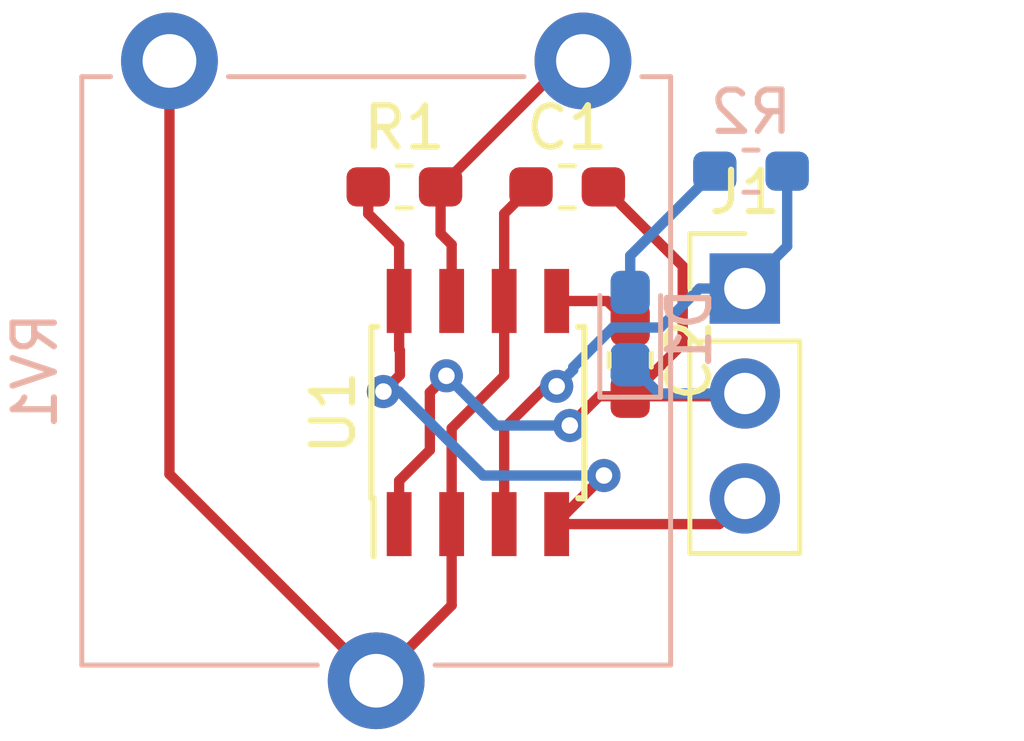
<source format=kicad_pcb>
(kicad_pcb (version 20171130) (host pcbnew "(5.0.0)")

  (general
    (thickness 1.6)
    (drawings 0)
    (tracks 64)
    (zones 0)
    (modules 8)
    (nets 8)
  )

  (page A4)
  (layers
    (0 F.Cu signal)
    (31 B.Cu signal)
    (32 B.Adhes user)
    (33 F.Adhes user)
    (34 B.Paste user)
    (35 F.Paste user)
    (36 B.SilkS user)
    (37 F.SilkS user)
    (38 B.Mask user)
    (39 F.Mask user)
    (40 Dwgs.User user)
    (41 Cmts.User user)
    (42 Eco1.User user)
    (43 Eco2.User user)
    (44 Edge.Cuts user)
    (45 Margin user)
    (46 B.CrtYd user)
    (47 F.CrtYd user)
    (48 B.Fab user)
    (49 F.Fab user)
  )

  (setup
    (last_trace_width 0.25)
    (trace_clearance 0.2)
    (zone_clearance 0.508)
    (zone_45_only no)
    (trace_min 0.2)
    (segment_width 0.2)
    (edge_width 0.15)
    (via_size 0.8)
    (via_drill 0.4)
    (via_min_size 0.4)
    (via_min_drill 0.3)
    (uvia_size 0.3)
    (uvia_drill 0.1)
    (uvias_allowed no)
    (uvia_min_size 0.2)
    (uvia_min_drill 0.1)
    (pcb_text_width 0.3)
    (pcb_text_size 1.5 1.5)
    (mod_edge_width 0.15)
    (mod_text_size 1 1)
    (mod_text_width 0.15)
    (pad_size 1.524 1.524)
    (pad_drill 0.762)
    (pad_to_mask_clearance 0.2)
    (aux_axis_origin 0 0)
    (visible_elements FFFFFF7F)
    (pcbplotparams
      (layerselection 0x010fc_ffffffff)
      (usegerberextensions false)
      (usegerberattributes false)
      (usegerberadvancedattributes false)
      (creategerberjobfile false)
      (excludeedgelayer true)
      (linewidth 0.100000)
      (plotframeref false)
      (viasonmask false)
      (mode 1)
      (useauxorigin false)
      (hpglpennumber 1)
      (hpglpenspeed 20)
      (hpglpendiameter 15.000000)
      (psnegative false)
      (psa4output false)
      (plotreference true)
      (plotvalue true)
      (plotinvisibletext false)
      (padsonsilk false)
      (subtractmaskfromsilk false)
      (outputformat 1)
      (mirror false)
      (drillshape 1)
      (scaleselection 1)
      (outputdirectory ""))
  )

  (net 0 "")
  (net 1 "Net-(C1-Pad1)")
  (net 2 GND)
  (net 3 "Net-(C2-Pad1)")
  (net 4 /clock/Clock)
  (net 5 +3V3)
  (net 6 "Net-(R1-Pad2)")
  (net 7 "Net-(D1-Pad2)")

  (net_class Default "Dies ist die voreingestellte Netzklasse."
    (clearance 0.2)
    (trace_width 0.25)
    (via_dia 0.8)
    (via_drill 0.4)
    (uvia_dia 0.3)
    (uvia_drill 0.1)
    (add_net +3V3)
    (add_net /clock/Clock)
    (add_net GND)
    (add_net "Net-(C1-Pad1)")
    (add_net "Net-(C2-Pad1)")
    (add_net "Net-(D1-Pad2)")
    (add_net "Net-(R1-Pad2)")
  )

  (module Resistor_SMD:R_0603_1608Metric_Pad1.05x0.95mm_HandSolder (layer F.Cu) (tedit 5B301BBD) (tstamp 5BDD3DF1)
    (at 204.851 40.005)
    (descr "Resistor SMD 0603 (1608 Metric), square (rectangular) end terminal, IPC_7351 nominal with elongated pad for handsoldering. (Body size source: http://www.tortai-tech.com/upload/download/2011102023233369053.pdf), generated with kicad-footprint-generator")
    (tags "resistor handsolder")
    (path /5BD0EC1C/5BD0F3FB)
    (attr smd)
    (fp_text reference R1 (at 0 -1.43) (layer F.SilkS)
      (effects (font (size 1 1) (thickness 0.15)))
    )
    (fp_text value 1K (at 0 1.43) (layer F.Fab)
      (effects (font (size 1 1) (thickness 0.15)))
    )
    (fp_line (start -0.8 0.4) (end -0.8 -0.4) (layer F.Fab) (width 0.1))
    (fp_line (start -0.8 -0.4) (end 0.8 -0.4) (layer F.Fab) (width 0.1))
    (fp_line (start 0.8 -0.4) (end 0.8 0.4) (layer F.Fab) (width 0.1))
    (fp_line (start 0.8 0.4) (end -0.8 0.4) (layer F.Fab) (width 0.1))
    (fp_line (start -0.171267 -0.51) (end 0.171267 -0.51) (layer F.SilkS) (width 0.12))
    (fp_line (start -0.171267 0.51) (end 0.171267 0.51) (layer F.SilkS) (width 0.12))
    (fp_line (start -1.65 0.73) (end -1.65 -0.73) (layer F.CrtYd) (width 0.05))
    (fp_line (start -1.65 -0.73) (end 1.65 -0.73) (layer F.CrtYd) (width 0.05))
    (fp_line (start 1.65 -0.73) (end 1.65 0.73) (layer F.CrtYd) (width 0.05))
    (fp_line (start 1.65 0.73) (end -1.65 0.73) (layer F.CrtYd) (width 0.05))
    (fp_text user %R (at 0 0) (layer F.Fab)
      (effects (font (size 0.4 0.4) (thickness 0.06)))
    )
    (pad 1 smd roundrect (at -0.875 0) (size 1.05 0.95) (layers F.Cu F.Paste F.Mask) (roundrect_rratio 0.25)
      (net 5 +3V3))
    (pad 2 smd roundrect (at 0.875 0) (size 1.05 0.95) (layers F.Cu F.Paste F.Mask) (roundrect_rratio 0.25)
      (net 6 "Net-(R1-Pad2)"))
    (model ${KISYS3DMOD}/Resistor_SMD.3dshapes/R_0603_1608Metric.wrl
      (at (xyz 0 0 0))
      (scale (xyz 1 1 1))
      (rotate (xyz 0 0 0))
    )
  )

  (module Package_SO:SOIC-8_3.9x4.9mm_P1.27mm (layer F.Cu) (tedit 5A02F2D3) (tstamp 5BDD3E1D)
    (at 206.629 45.466 90)
    (descr "8-Lead Plastic Small Outline (SN) - Narrow, 3.90 mm Body [SOIC] (see Microchip Packaging Specification 00000049BS.pdf)")
    (tags "SOIC 1.27")
    (path /5BD0EC1C/5BD0EC50)
    (attr smd)
    (fp_text reference U1 (at 0 -3.5 90) (layer F.SilkS)
      (effects (font (size 1 1) (thickness 0.15)))
    )
    (fp_text value NE555 (at 0 3.5 90) (layer F.Fab)
      (effects (font (size 1 1) (thickness 0.15)))
    )
    (fp_text user %R (at 0 0 90) (layer F.Fab)
      (effects (font (size 1 1) (thickness 0.15)))
    )
    (fp_line (start -0.95 -2.45) (end 1.95 -2.45) (layer F.Fab) (width 0.1))
    (fp_line (start 1.95 -2.45) (end 1.95 2.45) (layer F.Fab) (width 0.1))
    (fp_line (start 1.95 2.45) (end -1.95 2.45) (layer F.Fab) (width 0.1))
    (fp_line (start -1.95 2.45) (end -1.95 -1.45) (layer F.Fab) (width 0.1))
    (fp_line (start -1.95 -1.45) (end -0.95 -2.45) (layer F.Fab) (width 0.1))
    (fp_line (start -3.73 -2.7) (end -3.73 2.7) (layer F.CrtYd) (width 0.05))
    (fp_line (start 3.73 -2.7) (end 3.73 2.7) (layer F.CrtYd) (width 0.05))
    (fp_line (start -3.73 -2.7) (end 3.73 -2.7) (layer F.CrtYd) (width 0.05))
    (fp_line (start -3.73 2.7) (end 3.73 2.7) (layer F.CrtYd) (width 0.05))
    (fp_line (start -2.075 -2.575) (end -2.075 -2.525) (layer F.SilkS) (width 0.15))
    (fp_line (start 2.075 -2.575) (end 2.075 -2.43) (layer F.SilkS) (width 0.15))
    (fp_line (start 2.075 2.575) (end 2.075 2.43) (layer F.SilkS) (width 0.15))
    (fp_line (start -2.075 2.575) (end -2.075 2.43) (layer F.SilkS) (width 0.15))
    (fp_line (start -2.075 -2.575) (end 2.075 -2.575) (layer F.SilkS) (width 0.15))
    (fp_line (start -2.075 2.575) (end 2.075 2.575) (layer F.SilkS) (width 0.15))
    (fp_line (start -2.075 -2.525) (end -3.475 -2.525) (layer F.SilkS) (width 0.15))
    (pad 1 smd rect (at -2.7 -1.905 90) (size 1.55 0.6) (layers F.Cu F.Paste F.Mask)
      (net 2 GND))
    (pad 2 smd rect (at -2.7 -0.635 90) (size 1.55 0.6) (layers F.Cu F.Paste F.Mask)
      (net 1 "Net-(C1-Pad1)"))
    (pad 3 smd rect (at -2.7 0.635 90) (size 1.55 0.6) (layers F.Cu F.Paste F.Mask)
      (net 4 /clock/Clock))
    (pad 4 smd rect (at -2.7 1.905 90) (size 1.55 0.6) (layers F.Cu F.Paste F.Mask)
      (net 5 +3V3))
    (pad 5 smd rect (at 2.7 1.905 90) (size 1.55 0.6) (layers F.Cu F.Paste F.Mask)
      (net 3 "Net-(C2-Pad1)"))
    (pad 6 smd rect (at 2.7 0.635 90) (size 1.55 0.6) (layers F.Cu F.Paste F.Mask)
      (net 1 "Net-(C1-Pad1)"))
    (pad 7 smd rect (at 2.7 -0.635 90) (size 1.55 0.6) (layers F.Cu F.Paste F.Mask)
      (net 6 "Net-(R1-Pad2)"))
    (pad 8 smd rect (at 2.7 -1.905 90) (size 1.55 0.6) (layers F.Cu F.Paste F.Mask)
      (net 5 +3V3))
    (model ${KISYS3DMOD}/Package_SO.3dshapes/SOIC-8_3.9x4.9mm_P1.27mm.wrl
      (at (xyz 0 0 0))
      (scale (xyz 1 1 1))
      (rotate (xyz 0 0 0))
    )
  )

  (module LED_SMD:LED_0603_1608Metric_Pad1.05x0.95mm_HandSolder (layer B.Cu) (tedit 5B4B45C9) (tstamp 5BDD3FE1)
    (at 210.312 43.434 90)
    (descr "LED SMD 0603 (1608 Metric), square (rectangular) end terminal, IPC_7351 nominal, (Body size source: http://www.tortai-tech.com/upload/download/2011102023233369053.pdf), generated with kicad-footprint-generator")
    (tags "LED handsolder")
    (path /5BD0EC1C/5BD291EE)
    (attr smd)
    (fp_text reference D1 (at 0 1.43 90) (layer B.SilkS)
      (effects (font (size 1 1) (thickness 0.15)) (justify mirror))
    )
    (fp_text value LED_BLUE (at 0 -1.43 90) (layer B.Fab)
      (effects (font (size 1 1) (thickness 0.15)) (justify mirror))
    )
    (fp_line (start 0.8 0.4) (end -0.5 0.4) (layer B.Fab) (width 0.1))
    (fp_line (start -0.5 0.4) (end -0.8 0.1) (layer B.Fab) (width 0.1))
    (fp_line (start -0.8 0.1) (end -0.8 -0.4) (layer B.Fab) (width 0.1))
    (fp_line (start -0.8 -0.4) (end 0.8 -0.4) (layer B.Fab) (width 0.1))
    (fp_line (start 0.8 -0.4) (end 0.8 0.4) (layer B.Fab) (width 0.1))
    (fp_line (start 0.8 0.735) (end -1.66 0.735) (layer B.SilkS) (width 0.12))
    (fp_line (start -1.66 0.735) (end -1.66 -0.735) (layer B.SilkS) (width 0.12))
    (fp_line (start -1.66 -0.735) (end 0.8 -0.735) (layer B.SilkS) (width 0.12))
    (fp_line (start -1.65 -0.73) (end -1.65 0.73) (layer B.CrtYd) (width 0.05))
    (fp_line (start -1.65 0.73) (end 1.65 0.73) (layer B.CrtYd) (width 0.05))
    (fp_line (start 1.65 0.73) (end 1.65 -0.73) (layer B.CrtYd) (width 0.05))
    (fp_line (start 1.65 -0.73) (end -1.65 -0.73) (layer B.CrtYd) (width 0.05))
    (fp_text user %R (at 0 0 90) (layer B.Fab)
      (effects (font (size 0.4 0.4) (thickness 0.06)) (justify mirror))
    )
    (pad 1 smd roundrect (at -0.875 0 90) (size 1.05 0.95) (layers B.Cu B.Paste B.Mask) (roundrect_rratio 0.25)
      (net 2 GND))
    (pad 2 smd roundrect (at 0.875 0 90) (size 1.05 0.95) (layers B.Cu B.Paste B.Mask) (roundrect_rratio 0.25)
      (net 7 "Net-(D1-Pad2)"))
    (model ${KISYS3DMOD}/LED_SMD.3dshapes/LED_0603_1608Metric.wrl
      (at (xyz 0 0 0))
      (scale (xyz 1 1 1))
      (rotate (xyz 0 0 0))
    )
  )

  (module Resistor_SMD:R_0603_1608Metric_Pad1.05x0.95mm_HandSolder (layer B.Cu) (tedit 5B301BBD) (tstamp 5BDD3FF2)
    (at 213.233 39.624 180)
    (descr "Resistor SMD 0603 (1608 Metric), square (rectangular) end terminal, IPC_7351 nominal with elongated pad for handsoldering. (Body size source: http://www.tortai-tech.com/upload/download/2011102023233369053.pdf), generated with kicad-footprint-generator")
    (tags "resistor handsolder")
    (path /5BD0EC1C/5BD29AE4)
    (attr smd)
    (fp_text reference R2 (at 0 1.43 180) (layer B.SilkS)
      (effects (font (size 1 1) (thickness 0.15)) (justify mirror))
    )
    (fp_text value 80 (at 0 -1.43 180) (layer B.Fab)
      (effects (font (size 1 1) (thickness 0.15)) (justify mirror))
    )
    (fp_line (start -0.8 -0.4) (end -0.8 0.4) (layer B.Fab) (width 0.1))
    (fp_line (start -0.8 0.4) (end 0.8 0.4) (layer B.Fab) (width 0.1))
    (fp_line (start 0.8 0.4) (end 0.8 -0.4) (layer B.Fab) (width 0.1))
    (fp_line (start 0.8 -0.4) (end -0.8 -0.4) (layer B.Fab) (width 0.1))
    (fp_line (start -0.171267 0.51) (end 0.171267 0.51) (layer B.SilkS) (width 0.12))
    (fp_line (start -0.171267 -0.51) (end 0.171267 -0.51) (layer B.SilkS) (width 0.12))
    (fp_line (start -1.65 -0.73) (end -1.65 0.73) (layer B.CrtYd) (width 0.05))
    (fp_line (start -1.65 0.73) (end 1.65 0.73) (layer B.CrtYd) (width 0.05))
    (fp_line (start 1.65 0.73) (end 1.65 -0.73) (layer B.CrtYd) (width 0.05))
    (fp_line (start 1.65 -0.73) (end -1.65 -0.73) (layer B.CrtYd) (width 0.05))
    (fp_text user %R (at 0 0 180) (layer B.Fab)
      (effects (font (size 0.4 0.4) (thickness 0.06)) (justify mirror))
    )
    (pad 1 smd roundrect (at -0.875 0 180) (size 1.05 0.95) (layers B.Cu B.Paste B.Mask) (roundrect_rratio 0.25)
      (net 4 /clock/Clock))
    (pad 2 smd roundrect (at 0.875 0 180) (size 1.05 0.95) (layers B.Cu B.Paste B.Mask) (roundrect_rratio 0.25)
      (net 7 "Net-(D1-Pad2)"))
    (model ${KISYS3DMOD}/Resistor_SMD.3dshapes/R_0603_1608Metric.wrl
      (at (xyz 0 0 0))
      (scale (xyz 1 1 1))
      (rotate (xyz 0 0 0))
    )
  )

  (module Capacitor_SMD:C_0603_1608Metric_Pad1.05x0.95mm_HandSolder (layer F.Cu) (tedit 5B301BBE) (tstamp 5BDD41B1)
    (at 208.788 40.005)
    (descr "Capacitor SMD 0603 (1608 Metric), square (rectangular) end terminal, IPC_7351 nominal with elongated pad for handsoldering. (Body size source: http://www.tortai-tech.com/upload/download/2011102023233369053.pdf), generated with kicad-footprint-generator")
    (tags "capacitor handsolder")
    (path /5BD0EC1C/5BD0EE42)
    (attr smd)
    (fp_text reference C1 (at 0 -1.43) (layer F.SilkS)
      (effects (font (size 1 1) (thickness 0.15)))
    )
    (fp_text value 0.01uF (at 0 1.43) (layer F.Fab)
      (effects (font (size 1 1) (thickness 0.15)))
    )
    (fp_line (start -0.8 0.4) (end -0.8 -0.4) (layer F.Fab) (width 0.1))
    (fp_line (start -0.8 -0.4) (end 0.8 -0.4) (layer F.Fab) (width 0.1))
    (fp_line (start 0.8 -0.4) (end 0.8 0.4) (layer F.Fab) (width 0.1))
    (fp_line (start 0.8 0.4) (end -0.8 0.4) (layer F.Fab) (width 0.1))
    (fp_line (start -0.171267 -0.51) (end 0.171267 -0.51) (layer F.SilkS) (width 0.12))
    (fp_line (start -0.171267 0.51) (end 0.171267 0.51) (layer F.SilkS) (width 0.12))
    (fp_line (start -1.65 0.73) (end -1.65 -0.73) (layer F.CrtYd) (width 0.05))
    (fp_line (start -1.65 -0.73) (end 1.65 -0.73) (layer F.CrtYd) (width 0.05))
    (fp_line (start 1.65 -0.73) (end 1.65 0.73) (layer F.CrtYd) (width 0.05))
    (fp_line (start 1.65 0.73) (end -1.65 0.73) (layer F.CrtYd) (width 0.05))
    (fp_text user %R (at 0 0) (layer F.Fab)
      (effects (font (size 0.4 0.4) (thickness 0.06)))
    )
    (pad 1 smd roundrect (at -0.875 0) (size 1.05 0.95) (layers F.Cu F.Paste F.Mask) (roundrect_rratio 0.25)
      (net 1 "Net-(C1-Pad1)"))
    (pad 2 smd roundrect (at 0.875 0) (size 1.05 0.95) (layers F.Cu F.Paste F.Mask) (roundrect_rratio 0.25)
      (net 2 GND))
    (model ${KISYS3DMOD}/Capacitor_SMD.3dshapes/C_0603_1608Metric.wrl
      (at (xyz 0 0 0))
      (scale (xyz 1 1 1))
      (rotate (xyz 0 0 0))
    )
  )

  (module Capacitor_SMD:C_0603_1608Metric_Pad1.05x0.95mm_HandSolder (layer F.Cu) (tedit 5B301BBE) (tstamp 5BDD41C1)
    (at 210.312 44.196 270)
    (descr "Capacitor SMD 0603 (1608 Metric), square (rectangular) end terminal, IPC_7351 nominal with elongated pad for handsoldering. (Body size source: http://www.tortai-tech.com/upload/download/2011102023233369053.pdf), generated with kicad-footprint-generator")
    (tags "capacitor handsolder")
    (path /5BD0EC1C/5BD0F054)
    (attr smd)
    (fp_text reference C2 (at 0 -1.43 270) (layer F.SilkS)
      (effects (font (size 1 1) (thickness 0.15)))
    )
    (fp_text value 0.01uF (at 0 1.43 270) (layer F.Fab)
      (effects (font (size 1 1) (thickness 0.15)))
    )
    (fp_text user %R (at 0 0 270) (layer F.Fab)
      (effects (font (size 0.4 0.4) (thickness 0.06)))
    )
    (fp_line (start 1.65 0.73) (end -1.65 0.73) (layer F.CrtYd) (width 0.05))
    (fp_line (start 1.65 -0.73) (end 1.65 0.73) (layer F.CrtYd) (width 0.05))
    (fp_line (start -1.65 -0.73) (end 1.65 -0.73) (layer F.CrtYd) (width 0.05))
    (fp_line (start -1.65 0.73) (end -1.65 -0.73) (layer F.CrtYd) (width 0.05))
    (fp_line (start -0.171267 0.51) (end 0.171267 0.51) (layer F.SilkS) (width 0.12))
    (fp_line (start -0.171267 -0.51) (end 0.171267 -0.51) (layer F.SilkS) (width 0.12))
    (fp_line (start 0.8 0.4) (end -0.8 0.4) (layer F.Fab) (width 0.1))
    (fp_line (start 0.8 -0.4) (end 0.8 0.4) (layer F.Fab) (width 0.1))
    (fp_line (start -0.8 -0.4) (end 0.8 -0.4) (layer F.Fab) (width 0.1))
    (fp_line (start -0.8 0.4) (end -0.8 -0.4) (layer F.Fab) (width 0.1))
    (pad 2 smd roundrect (at 0.875 0 270) (size 1.05 0.95) (layers F.Cu F.Paste F.Mask) (roundrect_rratio 0.25)
      (net 2 GND))
    (pad 1 smd roundrect (at -0.875 0 270) (size 1.05 0.95) (layers F.Cu F.Paste F.Mask) (roundrect_rratio 0.25)
      (net 3 "Net-(C2-Pad1)"))
    (model ${KISYS3DMOD}/Capacitor_SMD.3dshapes/C_0603_1608Metric.wrl
      (at (xyz 0 0 0))
      (scale (xyz 1 1 1))
      (rotate (xyz 0 0 0))
    )
  )

  (module Connector_PinHeader_2.54mm:PinHeader_1x03_P2.54mm_Vertical (layer F.Cu) (tedit 59FED5CC) (tstamp 5BDD41D1)
    (at 213.085001 42.465001)
    (descr "Through hole straight pin header, 1x03, 2.54mm pitch, single row")
    (tags "Through hole pin header THT 1x03 2.54mm single row")
    (path /5BD0EC1C/5BD27584/5BD275A8)
    (fp_text reference J1 (at 0 -2.33) (layer F.SilkS)
      (effects (font (size 1 1) (thickness 0.15)))
    )
    (fp_text value Conn_01x03_Male (at 0 7.41) (layer F.Fab)
      (effects (font (size 1 1) (thickness 0.15)))
    )
    (fp_line (start -0.635 -1.27) (end 1.27 -1.27) (layer F.Fab) (width 0.1))
    (fp_line (start 1.27 -1.27) (end 1.27 6.35) (layer F.Fab) (width 0.1))
    (fp_line (start 1.27 6.35) (end -1.27 6.35) (layer F.Fab) (width 0.1))
    (fp_line (start -1.27 6.35) (end -1.27 -0.635) (layer F.Fab) (width 0.1))
    (fp_line (start -1.27 -0.635) (end -0.635 -1.27) (layer F.Fab) (width 0.1))
    (fp_line (start -1.33 6.41) (end 1.33 6.41) (layer F.SilkS) (width 0.12))
    (fp_line (start -1.33 1.27) (end -1.33 6.41) (layer F.SilkS) (width 0.12))
    (fp_line (start 1.33 1.27) (end 1.33 6.41) (layer F.SilkS) (width 0.12))
    (fp_line (start -1.33 1.27) (end 1.33 1.27) (layer F.SilkS) (width 0.12))
    (fp_line (start -1.33 0) (end -1.33 -1.33) (layer F.SilkS) (width 0.12))
    (fp_line (start -1.33 -1.33) (end 0 -1.33) (layer F.SilkS) (width 0.12))
    (fp_line (start -1.8 -1.8) (end -1.8 6.85) (layer F.CrtYd) (width 0.05))
    (fp_line (start -1.8 6.85) (end 1.8 6.85) (layer F.CrtYd) (width 0.05))
    (fp_line (start 1.8 6.85) (end 1.8 -1.8) (layer F.CrtYd) (width 0.05))
    (fp_line (start 1.8 -1.8) (end -1.8 -1.8) (layer F.CrtYd) (width 0.05))
    (fp_text user %R (at 0 2.54 90) (layer F.Fab)
      (effects (font (size 1 1) (thickness 0.15)))
    )
    (pad 1 thru_hole rect (at 0 0) (size 1.7 1.7) (drill 1) (layers *.Cu *.Mask)
      (net 4 /clock/Clock))
    (pad 2 thru_hole oval (at 0 2.54) (size 1.7 1.7) (drill 1) (layers *.Cu *.Mask)
      (net 2 GND))
    (pad 3 thru_hole oval (at 0 5.08) (size 1.7 1.7) (drill 1) (layers *.Cu *.Mask)
      (net 5 +3V3))
    (model ${KISYS3DMOD}/Connector_PinHeader_2.54mm.3dshapes/PinHeader_1x03_P2.54mm_Vertical.wrl
      (at (xyz 0 0 0))
      (scale (xyz 1 1 1))
      (rotate (xyz 0 0 0))
    )
  )

  (module Potentiometer_THT:Potentiometer_ACP_CA14V-15_Vertical (layer B.Cu) (tedit 5A3D4994) (tstamp 5BDD45EF)
    (at 209.169 36.957 270)
    (descr "Potentiometer, vertical, ACP CA14V-15, http://www.acptechnologies.com/wp-content/uploads/2017/10/03-ACP-CA14-CE14.pdf")
    (tags "Potentiometer vertical ACP CA14V-15")
    (path /5BD0EC1C/5BD0F6B9)
    (fp_text reference RV1 (at 7.5 13.25 270) (layer B.SilkS)
      (effects (font (size 1 1) (thickness 0.15)) (justify mirror))
    )
    (fp_text value 1M (at 7.5 -3.25 270) (layer B.Fab)
      (effects (font (size 1 1) (thickness 0.15)) (justify mirror))
    )
    (fp_circle (center 7.5 5) (end 10 5) (layer B.Fab) (width 0.1))
    (fp_line (start 0.5 12) (end 0.5 -2) (layer B.Fab) (width 0.1))
    (fp_line (start 0.5 -2) (end 14.5 -2) (layer B.Fab) (width 0.1))
    (fp_line (start 14.5 -2) (end 14.5 12) (layer B.Fab) (width 0.1))
    (fp_line (start 14.5 12) (end 0.5 12) (layer B.Fab) (width 0.1))
    (fp_line (start 0.38 12.12) (end 14.62 12.12) (layer B.SilkS) (width 0.12))
    (fp_line (start 0.38 -2.12) (end 14.62 -2.12) (layer B.SilkS) (width 0.12))
    (fp_line (start 0.38 12.12) (end 0.38 11.426) (layer B.SilkS) (width 0.12))
    (fp_line (start 0.38 8.574) (end 0.38 1.425) (layer B.SilkS) (width 0.12))
    (fp_line (start 0.38 -1.425) (end 0.38 -2.12) (layer B.SilkS) (width 0.12))
    (fp_line (start 14.62 12.12) (end 14.62 6.425) (layer B.SilkS) (width 0.12))
    (fp_line (start 14.62 3.575) (end 14.62 -2.12) (layer B.SilkS) (width 0.12))
    (fp_line (start -1.45 12.25) (end -1.45 -2.25) (layer B.CrtYd) (width 0.05))
    (fp_line (start -1.45 -2.25) (end 16.45 -2.25) (layer B.CrtYd) (width 0.05))
    (fp_line (start 16.45 -2.25) (end 16.45 12.25) (layer B.CrtYd) (width 0.05))
    (fp_line (start 16.45 12.25) (end -1.45 12.25) (layer B.CrtYd) (width 0.05))
    (fp_text user %R (at 1.5 5 180) (layer B.Fab)
      (effects (font (size 1 1) (thickness 0.15)) (justify mirror))
    )
    (pad 3 thru_hole circle (at 0 10 270) (size 2.34 2.34) (drill 1.3) (layers *.Cu *.Mask)
      (net 1 "Net-(C1-Pad1)"))
    (pad 2 thru_hole circle (at 15 5 270) (size 2.34 2.34) (drill 1.3) (layers *.Cu *.Mask)
      (net 1 "Net-(C1-Pad1)"))
    (pad 1 thru_hole circle (at 0 0 270) (size 2.34 2.34) (drill 1.3) (layers *.Cu *.Mask)
      (net 6 "Net-(R1-Pad2)"))
    (model ${KISYS3DMOD}/Potentiometer_THT.3dshapes/Potentiometer_ACP_CA14V-15_Vertical.wrl
      (at (xyz 0 0 0))
      (scale (xyz 1 1 1))
      (rotate (xyz 0 0 0))
    )
  )

  (segment (start 207.264 40.654) (end 207.913 40.005) (width 0.25) (layer F.Cu) (net 1))
  (segment (start 207.264 42.766) (end 207.264 40.654) (width 0.25) (layer F.Cu) (net 1))
  (segment (start 207.264 42.766) (end 207.264 44.577) (width 0.25) (layer F.Cu) (net 1))
  (segment (start 205.994 45.847) (end 205.994 48.166) (width 0.25) (layer F.Cu) (net 1))
  (segment (start 207.264 44.577) (end 205.994 45.847) (width 0.25) (layer F.Cu) (net 1))
  (segment (start 205.994 50.132) (end 205.994 48.166) (width 0.25) (layer F.Cu) (net 1))
  (segment (start 204.169 51.957) (end 205.994 50.132) (width 0.25) (layer F.Cu) (net 1))
  (segment (start 199.169 46.957) (end 204.169 51.957) (width 0.25) (layer F.Cu) (net 1))
  (segment (start 199.169 36.957) (end 199.169 46.957) (width 0.25) (layer F.Cu) (net 1))
  (segment (start 211.008001 45.005001) (end 210.312 44.309) (width 0.25) (layer B.Cu) (net 2))
  (segment (start 213.085001 45.005001) (end 211.008001 45.005001) (width 0.25) (layer B.Cu) (net 2))
  (segment (start 213.019002 45.071) (end 213.085001 45.005001) (width 0.25) (layer F.Cu) (net 2))
  (segment (start 210.312 45.071) (end 213.019002 45.071) (width 0.25) (layer F.Cu) (net 2))
  (segment (start 210.312 45.071) (end 211.582 43.801) (width 0.25) (layer F.Cu) (net 2))
  (segment (start 211.582 41.924) (end 209.663 40.005) (width 0.25) (layer F.Cu) (net 2))
  (segment (start 211.582 43.801) (end 211.582 41.924) (width 0.25) (layer F.Cu) (net 2))
  (via (at 208.850228 45.779685) (size 0.8) (drill 0.4) (layers F.Cu B.Cu) (net 2))
  (segment (start 210.312 45.071) (end 209.558913 45.071) (width 0.25) (layer F.Cu) (net 2))
  (segment (start 209.558913 45.071) (end 208.850228 45.779685) (width 0.25) (layer F.Cu) (net 2))
  (via (at 205.867 44.577) (size 0.8) (drill 0.4) (layers F.Cu B.Cu) (net 2))
  (segment (start 206.846001 45.556001) (end 205.867 44.577) (width 0.25) (layer B.Cu) (net 2))
  (segment (start 208.850228 45.779685) (end 207.069685 45.779685) (width 0.25) (layer B.Cu) (net 2))
  (segment (start 207.069685 45.779685) (end 206.846001 45.556001) (width 0.25) (layer B.Cu) (net 2))
  (segment (start 205.467001 44.976999) (end 205.467001 46.373999) (width 0.25) (layer F.Cu) (net 2))
  (segment (start 205.867 44.577) (end 205.467001 44.976999) (width 0.25) (layer F.Cu) (net 2))
  (segment (start 204.724 47.117) (end 204.724 48.166) (width 0.25) (layer F.Cu) (net 2))
  (segment (start 205.467001 46.373999) (end 204.724 47.117) (width 0.25) (layer F.Cu) (net 2))
  (segment (start 209.757 42.766) (end 210.312 43.321) (width 0.25) (layer F.Cu) (net 3))
  (segment (start 208.534 42.766) (end 209.757 42.766) (width 0.25) (layer F.Cu) (net 3))
  (segment (start 214.108 41.442002) (end 213.085001 42.465001) (width 0.25) (layer B.Cu) (net 4))
  (segment (start 214.108 39.624) (end 214.108 41.442002) (width 0.25) (layer B.Cu) (net 4))
  (segment (start 207.264 48.166) (end 207.264 45.847) (width 0.25) (layer F.Cu) (net 4))
  (via (at 208.534 44.831) (size 0.8) (drill 0.4) (layers F.Cu B.Cu) (net 4))
  (segment (start 207.264 45.847) (end 208.28 44.831) (width 0.25) (layer F.Cu) (net 4))
  (segment (start 208.28 44.831) (end 208.534 44.831) (width 0.25) (layer F.Cu) (net 4))
  (segment (start 211.985001 42.465001) (end 213.085001 42.465001) (width 0.25) (layer B.Cu) (net 4))
  (segment (start 211.040992 43.40901) (end 211.985001 42.465001) (width 0.25) (layer B.Cu) (net 4))
  (segment (start 209.89148 43.40901) (end 211.040992 43.40901) (width 0.25) (layer B.Cu) (net 4))
  (segment (start 208.933999 44.366491) (end 209.89148 43.40901) (width 0.25) (layer B.Cu) (net 4))
  (segment (start 208.933999 44.431001) (end 208.933999 44.366491) (width 0.25) (layer B.Cu) (net 4))
  (segment (start 208.534 44.831) (end 208.933999 44.431001) (width 0.25) (layer B.Cu) (net 4))
  (segment (start 203.976 40.005) (end 203.976 40.654) (width 0.25) (layer F.Cu) (net 5))
  (segment (start 204.724 41.402) (end 204.724 42.766) (width 0.25) (layer F.Cu) (net 5))
  (segment (start 203.976 40.654) (end 204.724 41.402) (width 0.25) (layer F.Cu) (net 5))
  (segment (start 212.464002 48.166) (end 213.085001 47.545001) (width 0.25) (layer F.Cu) (net 5))
  (segment (start 208.534 48.166) (end 212.464002 48.166) (width 0.25) (layer F.Cu) (net 5))
  (via (at 209.677 46.99) (size 0.8) (drill 0.4) (layers F.Cu B.Cu) (net 5))
  (segment (start 208.534 48.166) (end 208.534 48.133) (width 0.25) (layer F.Cu) (net 5))
  (segment (start 208.534 48.133) (end 209.677 46.99) (width 0.25) (layer F.Cu) (net 5))
  (via (at 204.343 44.958) (size 0.8) (drill 0.4) (layers F.Cu B.Cu) (net 5))
  (segment (start 204.724 44.958) (end 204.343 44.958) (width 0.25) (layer B.Cu) (net 5))
  (segment (start 209.677 46.99) (end 206.756 46.99) (width 0.25) (layer B.Cu) (net 5))
  (segment (start 206.756 46.99) (end 204.724 44.958) (width 0.25) (layer B.Cu) (net 5))
  (segment (start 204.742999 44.558001) (end 204.742999 43.960999) (width 0.25) (layer F.Cu) (net 5))
  (segment (start 204.343 44.958) (end 204.742999 44.558001) (width 0.25) (layer F.Cu) (net 5))
  (segment (start 204.724 43.942) (end 204.724 42.766) (width 0.25) (layer F.Cu) (net 5))
  (segment (start 204.742999 43.960999) (end 204.724 43.942) (width 0.25) (layer F.Cu) (net 5))
  (segment (start 208.774 36.957) (end 209.169 36.957) (width 0.25) (layer F.Cu) (net 6))
  (segment (start 205.726 40.005) (end 208.774 36.957) (width 0.25) (layer F.Cu) (net 6))
  (segment (start 205.726 40.005) (end 205.726 41.134) (width 0.25) (layer F.Cu) (net 6))
  (segment (start 205.994 41.402) (end 205.994 42.766) (width 0.25) (layer F.Cu) (net 6))
  (segment (start 205.726 41.134) (end 205.994 41.402) (width 0.25) (layer F.Cu) (net 6))
  (segment (start 210.312 41.67) (end 212.358 39.624) (width 0.25) (layer B.Cu) (net 7))
  (segment (start 210.312 42.559) (end 210.312 41.67) (width 0.25) (layer B.Cu) (net 7))

)

</source>
